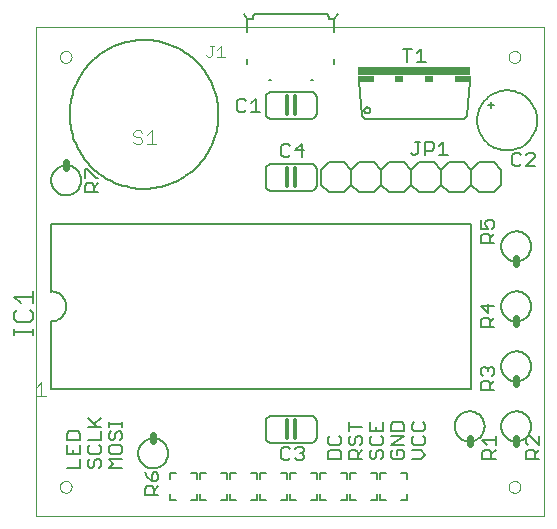
<source format=gto>
G75*
%MOIN*%
%OFA0B0*%
%FSLAX24Y24*%
%IPPOS*%
%LPD*%
%AMOC8*
5,1,8,0,0,1.08239X$1,22.5*
%
%ADD10C,0.0000*%
%ADD11C,0.0070*%
%ADD12C,0.0050*%
%ADD13C,0.0040*%
%ADD14C,0.0030*%
%ADD15R,0.3740X0.0300*%
%ADD16R,0.0520X0.0200*%
%ADD17R,0.0300X0.0200*%
%ADD18C,0.0060*%
%ADD19C,0.0120*%
%ADD20C,0.0240*%
D10*
X001093Y000180D02*
X001093Y016479D01*
X018022Y016479D01*
X018022Y000180D01*
X001093Y000180D01*
X001881Y001164D02*
X001883Y001191D01*
X001889Y001218D01*
X001898Y001244D01*
X001911Y001268D01*
X001927Y001291D01*
X001946Y001310D01*
X001968Y001327D01*
X001992Y001341D01*
X002017Y001351D01*
X002044Y001358D01*
X002071Y001361D01*
X002099Y001360D01*
X002126Y001355D01*
X002152Y001347D01*
X002176Y001335D01*
X002199Y001319D01*
X002220Y001301D01*
X002237Y001280D01*
X002252Y001256D01*
X002263Y001231D01*
X002271Y001205D01*
X002275Y001178D01*
X002275Y001150D01*
X002271Y001123D01*
X002263Y001097D01*
X002252Y001072D01*
X002237Y001048D01*
X002220Y001027D01*
X002199Y001009D01*
X002177Y000993D01*
X002152Y000981D01*
X002126Y000973D01*
X002099Y000968D01*
X002071Y000967D01*
X002044Y000970D01*
X002017Y000977D01*
X001992Y000987D01*
X001968Y001001D01*
X001946Y001018D01*
X001927Y001037D01*
X001911Y001060D01*
X001898Y001084D01*
X001889Y001110D01*
X001883Y001137D01*
X001881Y001164D01*
X001881Y015495D02*
X001883Y015522D01*
X001889Y015549D01*
X001898Y015575D01*
X001911Y015599D01*
X001927Y015622D01*
X001946Y015641D01*
X001968Y015658D01*
X001992Y015672D01*
X002017Y015682D01*
X002044Y015689D01*
X002071Y015692D01*
X002099Y015691D01*
X002126Y015686D01*
X002152Y015678D01*
X002176Y015666D01*
X002199Y015650D01*
X002220Y015632D01*
X002237Y015611D01*
X002252Y015587D01*
X002263Y015562D01*
X002271Y015536D01*
X002275Y015509D01*
X002275Y015481D01*
X002271Y015454D01*
X002263Y015428D01*
X002252Y015403D01*
X002237Y015379D01*
X002220Y015358D01*
X002199Y015340D01*
X002177Y015324D01*
X002152Y015312D01*
X002126Y015304D01*
X002099Y015299D01*
X002071Y015298D01*
X002044Y015301D01*
X002017Y015308D01*
X001992Y015318D01*
X001968Y015332D01*
X001946Y015349D01*
X001927Y015368D01*
X001911Y015391D01*
X001898Y015415D01*
X001889Y015441D01*
X001883Y015468D01*
X001881Y015495D01*
X016841Y015495D02*
X016843Y015522D01*
X016849Y015549D01*
X016858Y015575D01*
X016871Y015599D01*
X016887Y015622D01*
X016906Y015641D01*
X016928Y015658D01*
X016952Y015672D01*
X016977Y015682D01*
X017004Y015689D01*
X017031Y015692D01*
X017059Y015691D01*
X017086Y015686D01*
X017112Y015678D01*
X017136Y015666D01*
X017159Y015650D01*
X017180Y015632D01*
X017197Y015611D01*
X017212Y015587D01*
X017223Y015562D01*
X017231Y015536D01*
X017235Y015509D01*
X017235Y015481D01*
X017231Y015454D01*
X017223Y015428D01*
X017212Y015403D01*
X017197Y015379D01*
X017180Y015358D01*
X017159Y015340D01*
X017137Y015324D01*
X017112Y015312D01*
X017086Y015304D01*
X017059Y015299D01*
X017031Y015298D01*
X017004Y015301D01*
X016977Y015308D01*
X016952Y015318D01*
X016928Y015332D01*
X016906Y015349D01*
X016887Y015368D01*
X016871Y015391D01*
X016858Y015415D01*
X016849Y015441D01*
X016843Y015468D01*
X016841Y015495D01*
X016841Y001164D02*
X016843Y001191D01*
X016849Y001218D01*
X016858Y001244D01*
X016871Y001268D01*
X016887Y001291D01*
X016906Y001310D01*
X016928Y001327D01*
X016952Y001341D01*
X016977Y001351D01*
X017004Y001358D01*
X017031Y001361D01*
X017059Y001360D01*
X017086Y001355D01*
X017112Y001347D01*
X017136Y001335D01*
X017159Y001319D01*
X017180Y001301D01*
X017197Y001280D01*
X017212Y001256D01*
X017223Y001231D01*
X017231Y001205D01*
X017235Y001178D01*
X017235Y001150D01*
X017231Y001123D01*
X017223Y001097D01*
X017212Y001072D01*
X017197Y001048D01*
X017180Y001027D01*
X017159Y001009D01*
X017137Y000993D01*
X017112Y000981D01*
X017086Y000973D01*
X017059Y000968D01*
X017031Y000967D01*
X017004Y000970D01*
X016977Y000977D01*
X016952Y000987D01*
X016928Y001001D01*
X016906Y001018D01*
X016887Y001037D01*
X016871Y001060D01*
X016858Y001084D01*
X016849Y001110D01*
X016843Y001137D01*
X016841Y001164D01*
D11*
X000998Y006215D02*
X000998Y006425D01*
X000998Y006320D02*
X000368Y006320D01*
X000368Y006215D02*
X000368Y006425D01*
X000473Y006645D02*
X000893Y006645D01*
X000998Y006750D01*
X000998Y006960D01*
X000893Y007065D01*
X000998Y007289D02*
X000998Y007710D01*
X000998Y007499D02*
X000368Y007499D01*
X000578Y007289D01*
X000473Y007065D02*
X000368Y006960D01*
X000368Y006750D01*
X000473Y006645D01*
D12*
X001593Y006680D02*
X001593Y004680D01*
X001593Y004430D01*
X001585Y004424D02*
X015601Y004424D01*
X015601Y009936D01*
X001585Y009936D01*
X001585Y007647D01*
X001593Y007680D02*
X001637Y007678D01*
X001680Y007672D01*
X001722Y007663D01*
X001764Y007650D01*
X001804Y007633D01*
X001843Y007613D01*
X001880Y007590D01*
X001914Y007563D01*
X001947Y007534D01*
X001976Y007501D01*
X002003Y007467D01*
X002026Y007430D01*
X002046Y007391D01*
X002063Y007351D01*
X002076Y007309D01*
X002085Y007267D01*
X002091Y007224D01*
X002093Y007180D01*
X002091Y007136D01*
X002085Y007093D01*
X002076Y007051D01*
X002063Y007009D01*
X002046Y006969D01*
X002026Y006930D01*
X002003Y006893D01*
X001976Y006859D01*
X001947Y006826D01*
X001914Y006797D01*
X001880Y006770D01*
X001843Y006747D01*
X001804Y006727D01*
X001764Y006710D01*
X001722Y006697D01*
X001680Y006688D01*
X001637Y006682D01*
X001593Y006680D01*
X002815Y003474D02*
X003115Y003174D01*
X003040Y003249D02*
X003265Y003474D01*
X003515Y003324D02*
X003515Y003174D01*
X003515Y003249D02*
X003965Y003249D01*
X003965Y003174D02*
X003965Y003324D01*
X003890Y003013D02*
X003815Y003013D01*
X003740Y002938D01*
X003740Y002788D01*
X003665Y002713D01*
X003590Y002713D01*
X003515Y002788D01*
X003515Y002938D01*
X003590Y003013D01*
X003890Y003013D02*
X003965Y002938D01*
X003965Y002788D01*
X003890Y002713D01*
X003890Y002553D02*
X003590Y002553D01*
X003515Y002478D01*
X003515Y002328D01*
X003590Y002253D01*
X003890Y002253D01*
X003965Y002328D01*
X003965Y002478D01*
X003890Y002553D01*
X003965Y002093D02*
X003515Y002093D01*
X003665Y001943D01*
X003515Y001792D01*
X003965Y001792D01*
X003265Y001867D02*
X003190Y001792D01*
X003265Y001867D02*
X003265Y002018D01*
X003190Y002093D01*
X003115Y002093D01*
X003040Y002018D01*
X003040Y001867D01*
X002965Y001792D01*
X002890Y001792D01*
X002815Y001867D01*
X002815Y002018D01*
X002890Y002093D01*
X002890Y002253D02*
X003190Y002253D01*
X003265Y002328D01*
X003265Y002478D01*
X003190Y002553D01*
X003265Y002713D02*
X003265Y003013D01*
X003265Y003174D02*
X002815Y003174D01*
X002565Y002938D02*
X002490Y003013D01*
X002190Y003013D01*
X002115Y002938D01*
X002115Y002713D01*
X002565Y002713D01*
X002565Y002938D01*
X002815Y002713D02*
X003265Y002713D01*
X002890Y002553D02*
X002815Y002478D01*
X002815Y002328D01*
X002890Y002253D01*
X002565Y002253D02*
X002565Y002553D01*
X002340Y002403D02*
X002340Y002253D01*
X002115Y002253D02*
X002565Y002253D01*
X002565Y002093D02*
X002565Y001792D01*
X002115Y001792D01*
X002115Y002253D02*
X002115Y002553D01*
X004718Y001646D02*
X004793Y001496D01*
X004943Y001345D01*
X004943Y001571D01*
X005018Y001646D01*
X005093Y001646D01*
X005168Y001571D01*
X005168Y001420D01*
X005093Y001345D01*
X004943Y001345D01*
X004943Y001185D02*
X004793Y001185D01*
X004718Y001110D01*
X004718Y000885D01*
X005168Y000885D01*
X005018Y000885D02*
X005018Y001110D01*
X004943Y001185D01*
X005018Y001035D02*
X005168Y001185D01*
X009268Y002130D02*
X009343Y002055D01*
X009494Y002055D01*
X009569Y002130D01*
X009729Y002130D02*
X009804Y002055D01*
X009954Y002055D01*
X010029Y002130D01*
X010029Y002205D01*
X009954Y002280D01*
X009879Y002280D01*
X009954Y002280D02*
X010029Y002355D01*
X010029Y002430D01*
X009954Y002505D01*
X009804Y002505D01*
X009729Y002430D01*
X009569Y002430D02*
X009494Y002505D01*
X009343Y002505D01*
X009268Y002430D01*
X009268Y002130D01*
X010815Y002092D02*
X010815Y002318D01*
X010890Y002393D01*
X011190Y002393D01*
X011265Y002318D01*
X011265Y002092D01*
X010815Y002092D01*
X010890Y002553D02*
X011190Y002553D01*
X011265Y002628D01*
X011265Y002778D01*
X011190Y002853D01*
X010890Y002853D02*
X010815Y002778D01*
X010815Y002628D01*
X010890Y002553D01*
X011515Y002628D02*
X011590Y002553D01*
X011665Y002553D01*
X011740Y002628D01*
X011740Y002778D01*
X011815Y002853D01*
X011890Y002853D01*
X011965Y002778D01*
X011965Y002628D01*
X011890Y002553D01*
X011965Y002393D02*
X011815Y002243D01*
X011815Y002318D02*
X011815Y002092D01*
X011965Y002092D02*
X011515Y002092D01*
X011515Y002318D01*
X011590Y002393D01*
X011740Y002393D01*
X011815Y002318D01*
X011515Y002628D02*
X011515Y002778D01*
X011590Y002853D01*
X011515Y003013D02*
X011515Y003313D01*
X011515Y003163D02*
X011965Y003163D01*
X012215Y003013D02*
X012665Y003013D01*
X012665Y003313D01*
X012915Y003238D02*
X012915Y003013D01*
X013365Y003013D01*
X013365Y003238D01*
X013290Y003313D01*
X012990Y003313D01*
X012915Y003238D01*
X012915Y002853D02*
X013365Y002853D01*
X012915Y002553D01*
X013365Y002553D01*
X013290Y002393D02*
X013140Y002393D01*
X013140Y002243D01*
X013290Y002393D02*
X013365Y002318D01*
X013365Y002167D01*
X013290Y002092D01*
X012990Y002092D01*
X012915Y002167D01*
X012915Y002318D01*
X012990Y002393D01*
X012665Y002318D02*
X012665Y002167D01*
X012590Y002092D01*
X012440Y002167D02*
X012440Y002318D01*
X012515Y002393D01*
X012590Y002393D01*
X012665Y002318D01*
X012590Y002553D02*
X012665Y002628D01*
X012665Y002778D01*
X012590Y002853D01*
X012440Y003013D02*
X012440Y003163D01*
X012290Y002853D02*
X012215Y002778D01*
X012215Y002628D01*
X012290Y002553D01*
X012590Y002553D01*
X012290Y002393D02*
X012215Y002318D01*
X012215Y002167D01*
X012290Y002092D01*
X012365Y002092D01*
X012440Y002167D01*
X012215Y003013D02*
X012215Y003313D01*
X013615Y003238D02*
X013615Y003088D01*
X013690Y003013D01*
X013990Y003013D01*
X014065Y003088D01*
X014065Y003238D01*
X013990Y003313D01*
X013690Y003313D02*
X013615Y003238D01*
X013690Y002853D02*
X013615Y002778D01*
X013615Y002628D01*
X013690Y002553D01*
X013990Y002553D01*
X014065Y002628D01*
X014065Y002778D01*
X013990Y002853D01*
X013915Y002393D02*
X013615Y002393D01*
X013915Y002393D02*
X014065Y002243D01*
X013915Y002092D01*
X013615Y002092D01*
X015968Y002104D02*
X015968Y002329D01*
X016043Y002404D01*
X016193Y002404D01*
X016268Y002329D01*
X016268Y002104D01*
X016418Y002104D02*
X015968Y002104D01*
X016268Y002254D02*
X016418Y002404D01*
X016418Y002565D02*
X016418Y002865D01*
X016418Y002715D02*
X015968Y002715D01*
X016118Y002565D01*
X017418Y002640D02*
X017493Y002565D01*
X017418Y002640D02*
X017418Y002790D01*
X017493Y002865D01*
X017568Y002865D01*
X017868Y002565D01*
X017868Y002865D01*
X017868Y002404D02*
X017718Y002254D01*
X017718Y002329D02*
X017718Y002104D01*
X017868Y002104D02*
X017418Y002104D01*
X017418Y002329D01*
X017493Y002404D01*
X017643Y002404D01*
X017718Y002329D01*
X016368Y004404D02*
X015918Y004404D01*
X015918Y004629D01*
X015993Y004704D01*
X016143Y004704D01*
X016218Y004629D01*
X016218Y004404D01*
X016218Y004554D02*
X016368Y004704D01*
X016293Y004865D02*
X016368Y004940D01*
X016368Y005090D01*
X016293Y005165D01*
X016218Y005165D01*
X016143Y005090D01*
X016143Y005015D01*
X016143Y005090D02*
X016068Y005165D01*
X015993Y005165D01*
X015918Y005090D01*
X015918Y004940D01*
X015993Y004865D01*
X015918Y006504D02*
X015918Y006729D01*
X015993Y006804D01*
X016143Y006804D01*
X016218Y006729D01*
X016218Y006504D01*
X016368Y006504D02*
X015918Y006504D01*
X016218Y006654D02*
X016368Y006804D01*
X016143Y006965D02*
X016143Y007265D01*
X015918Y007190D02*
X016143Y006965D01*
X016368Y007190D02*
X015918Y007190D01*
X015918Y009304D02*
X015918Y009529D01*
X015993Y009604D01*
X016143Y009604D01*
X016218Y009529D01*
X016218Y009304D01*
X016368Y009304D02*
X015918Y009304D01*
X016218Y009454D02*
X016368Y009604D01*
X016293Y009765D02*
X016368Y009840D01*
X016368Y009990D01*
X016293Y010065D01*
X016143Y010065D01*
X016068Y009990D01*
X016068Y009915D01*
X016143Y009765D01*
X015918Y009765D01*
X015918Y010065D01*
X017043Y011855D02*
X017194Y011855D01*
X017269Y011930D01*
X017429Y011855D02*
X017729Y012155D01*
X017729Y012230D01*
X017654Y012305D01*
X017504Y012305D01*
X017429Y012230D01*
X017269Y012230D02*
X017194Y012305D01*
X017043Y012305D01*
X016968Y012230D01*
X016968Y011930D01*
X017043Y011855D01*
X017429Y011855D02*
X017729Y011855D01*
X015451Y013526D02*
X015351Y013426D01*
X012045Y013426D01*
X011945Y013526D01*
X011856Y014696D01*
X011040Y015261D02*
X011040Y015434D01*
X010319Y014737D02*
X010241Y014737D01*
X008926Y014737D02*
X008847Y014737D01*
X008408Y014105D02*
X008408Y013655D01*
X008258Y013655D02*
X008558Y013655D01*
X008258Y013955D02*
X008408Y014105D01*
X008098Y014030D02*
X008023Y014105D01*
X007873Y014105D01*
X007798Y014030D01*
X007798Y013730D01*
X007873Y013655D01*
X008023Y013655D01*
X008098Y013730D01*
X009268Y012530D02*
X009268Y012230D01*
X009343Y012155D01*
X009494Y012155D01*
X009569Y012230D01*
X009729Y012380D02*
X010029Y012380D01*
X009954Y012155D02*
X009954Y012605D01*
X009729Y012380D01*
X009569Y012530D02*
X009494Y012605D01*
X009343Y012605D01*
X009268Y012530D01*
X008126Y015261D02*
X008126Y015434D01*
X008126Y016324D02*
X008126Y016745D01*
X008008Y016942D01*
X008126Y016745D02*
X008323Y016745D01*
X008323Y016824D01*
X008325Y016844D01*
X008330Y016864D01*
X008339Y016883D01*
X008351Y016900D01*
X008365Y016914D01*
X008382Y016926D01*
X008401Y016935D01*
X008421Y016940D01*
X008441Y016942D01*
X010725Y016942D01*
X010745Y016940D01*
X010765Y016935D01*
X010784Y016926D01*
X010801Y016914D01*
X010815Y016900D01*
X010827Y016883D01*
X010836Y016864D01*
X010841Y016844D01*
X010843Y016824D01*
X010843Y016745D01*
X011040Y016745D01*
X011158Y016942D01*
X011040Y016745D02*
X011040Y016324D01*
X013323Y015771D02*
X013623Y015771D01*
X013473Y015771D02*
X013473Y015320D01*
X013783Y015320D02*
X014084Y015320D01*
X013934Y015320D02*
X013934Y015771D01*
X013783Y015621D01*
X015541Y014696D02*
X015451Y013526D01*
X014659Y012675D02*
X014659Y012225D01*
X014509Y012225D02*
X014809Y012225D01*
X014509Y012525D02*
X014659Y012675D01*
X014349Y012600D02*
X014349Y012450D01*
X014274Y012375D01*
X014049Y012375D01*
X014049Y012225D02*
X014049Y012675D01*
X014274Y012675D01*
X014349Y012600D01*
X013889Y012675D02*
X013738Y012675D01*
X013814Y012675D02*
X013814Y012300D01*
X013738Y012225D01*
X013663Y012225D01*
X013588Y012300D01*
X012025Y013715D02*
X012027Y013735D01*
X012033Y013753D01*
X012042Y013771D01*
X012054Y013786D01*
X012069Y013798D01*
X012087Y013807D01*
X012105Y013813D01*
X012125Y013815D01*
X012145Y013813D01*
X012163Y013807D01*
X012181Y013798D01*
X012196Y013786D01*
X012208Y013771D01*
X012217Y013753D01*
X012223Y013735D01*
X012225Y013715D01*
X012223Y013695D01*
X012217Y013677D01*
X012208Y013659D01*
X012196Y013644D01*
X012181Y013632D01*
X012163Y013623D01*
X012145Y013617D01*
X012125Y013615D01*
X012105Y013617D01*
X012087Y013623D01*
X012069Y013632D01*
X012054Y013644D01*
X012042Y013659D01*
X012033Y013677D01*
X012027Y013695D01*
X012025Y013715D01*
X002213Y013580D02*
X002215Y013679D01*
X002221Y013778D01*
X002231Y013877D01*
X002245Y013975D01*
X002262Y014073D01*
X002284Y014170D01*
X002310Y014266D01*
X002339Y014361D01*
X002372Y014454D01*
X002409Y014546D01*
X002449Y014637D01*
X002494Y014726D01*
X002541Y014813D01*
X002592Y014898D01*
X002647Y014981D01*
X002704Y015062D01*
X002765Y015140D01*
X002829Y015216D01*
X002896Y015289D01*
X002966Y015360D01*
X003038Y015427D01*
X003114Y015492D01*
X003191Y015554D01*
X003272Y015612D01*
X003354Y015668D01*
X003439Y015719D01*
X003525Y015768D01*
X003614Y015813D01*
X003704Y015854D01*
X003796Y015892D01*
X003889Y015926D01*
X003983Y015956D01*
X004079Y015983D01*
X004176Y016005D01*
X004273Y016024D01*
X004371Y016039D01*
X004470Y016050D01*
X004569Y016057D01*
X004668Y016060D01*
X004767Y016059D01*
X004867Y016054D01*
X004965Y016045D01*
X005064Y016032D01*
X005162Y016015D01*
X005259Y015995D01*
X005355Y015970D01*
X005450Y015942D01*
X005544Y015909D01*
X005636Y015874D01*
X005727Y015834D01*
X005817Y015791D01*
X005904Y015744D01*
X005990Y015694D01*
X006073Y015640D01*
X006155Y015583D01*
X006234Y015523D01*
X006310Y015460D01*
X006384Y015394D01*
X006455Y015325D01*
X006524Y015253D01*
X006589Y015178D01*
X006652Y015101D01*
X006711Y015022D01*
X006767Y014940D01*
X006820Y014856D01*
X006869Y014770D01*
X006915Y014682D01*
X006957Y014592D01*
X006996Y014500D01*
X007031Y014407D01*
X007062Y014313D01*
X007090Y014218D01*
X007113Y014121D01*
X007133Y014024D01*
X007149Y013926D01*
X007161Y013828D01*
X007169Y013729D01*
X007173Y013630D01*
X007173Y013530D01*
X007169Y013431D01*
X007161Y013332D01*
X007149Y013234D01*
X007133Y013136D01*
X007113Y013039D01*
X007090Y012942D01*
X007062Y012847D01*
X007031Y012753D01*
X006996Y012660D01*
X006957Y012568D01*
X006915Y012478D01*
X006869Y012390D01*
X006820Y012304D01*
X006767Y012220D01*
X006711Y012138D01*
X006652Y012059D01*
X006589Y011982D01*
X006524Y011907D01*
X006455Y011835D01*
X006384Y011766D01*
X006310Y011700D01*
X006234Y011637D01*
X006155Y011577D01*
X006073Y011520D01*
X005990Y011466D01*
X005904Y011416D01*
X005817Y011369D01*
X005727Y011326D01*
X005636Y011286D01*
X005544Y011251D01*
X005450Y011218D01*
X005355Y011190D01*
X005259Y011165D01*
X005162Y011145D01*
X005064Y011128D01*
X004965Y011115D01*
X004867Y011106D01*
X004767Y011101D01*
X004668Y011100D01*
X004569Y011103D01*
X004470Y011110D01*
X004371Y011121D01*
X004273Y011136D01*
X004176Y011155D01*
X004079Y011177D01*
X003983Y011204D01*
X003889Y011234D01*
X003796Y011268D01*
X003704Y011306D01*
X003614Y011347D01*
X003525Y011392D01*
X003439Y011441D01*
X003354Y011492D01*
X003272Y011548D01*
X003191Y011606D01*
X003114Y011668D01*
X003038Y011733D01*
X002966Y011800D01*
X002896Y011871D01*
X002829Y011944D01*
X002765Y012020D01*
X002704Y012098D01*
X002647Y012179D01*
X002592Y012262D01*
X002541Y012347D01*
X002494Y012434D01*
X002449Y012523D01*
X002409Y012614D01*
X002372Y012706D01*
X002339Y012799D01*
X002310Y012894D01*
X002284Y012990D01*
X002262Y013087D01*
X002245Y013185D01*
X002231Y013283D01*
X002221Y013382D01*
X002215Y013481D01*
X002213Y013580D01*
X002718Y011746D02*
X002793Y011746D01*
X003093Y011445D01*
X003168Y011445D01*
X003168Y011285D02*
X003018Y011135D01*
X003018Y011210D02*
X003018Y010985D01*
X003168Y010985D02*
X002718Y010985D01*
X002718Y011210D01*
X002793Y011285D01*
X002943Y011285D01*
X003018Y011210D01*
X002718Y011445D02*
X002718Y011746D01*
D13*
X004332Y012661D02*
X004409Y012584D01*
X004562Y012584D01*
X004639Y012661D01*
X004639Y012738D01*
X004562Y012814D01*
X004409Y012814D01*
X004332Y012891D01*
X004332Y012968D01*
X004409Y013045D01*
X004562Y013045D01*
X004639Y012968D01*
X004793Y012891D02*
X004946Y013045D01*
X004946Y012584D01*
X004793Y012584D02*
X005100Y012584D01*
X001267Y004660D02*
X001267Y004200D01*
X001420Y004200D02*
X001113Y004200D01*
X001113Y004507D02*
X001267Y004660D01*
D14*
X006823Y015494D02*
X006885Y015494D01*
X006947Y015556D01*
X006947Y015864D01*
X007008Y015864D02*
X006885Y015864D01*
X007130Y015741D02*
X007253Y015864D01*
X007253Y015494D01*
X007130Y015494D02*
X007377Y015494D01*
X006823Y015494D02*
X006761Y015556D01*
D15*
X013698Y015025D03*
D16*
X012088Y014775D03*
X015308Y014775D03*
D17*
X014198Y014775D03*
X013198Y014775D03*
D18*
X010443Y014130D02*
X010443Y013630D01*
X010441Y013604D01*
X010436Y013578D01*
X010428Y013553D01*
X010416Y013530D01*
X010402Y013508D01*
X010384Y013489D01*
X010365Y013471D01*
X010343Y013457D01*
X010320Y013445D01*
X010295Y013437D01*
X010269Y013432D01*
X010243Y013430D01*
X008943Y013430D01*
X008917Y013432D01*
X008891Y013437D01*
X008866Y013445D01*
X008843Y013457D01*
X008821Y013471D01*
X008802Y013489D01*
X008784Y013508D01*
X008770Y013530D01*
X008758Y013553D01*
X008750Y013578D01*
X008745Y013604D01*
X008743Y013630D01*
X008743Y014130D01*
X008745Y014156D01*
X008750Y014182D01*
X008758Y014207D01*
X008770Y014230D01*
X008784Y014252D01*
X008802Y014271D01*
X008821Y014289D01*
X008843Y014303D01*
X008866Y014315D01*
X008891Y014323D01*
X008917Y014328D01*
X008943Y014330D01*
X010243Y014330D01*
X010269Y014328D01*
X010295Y014323D01*
X010320Y014315D01*
X010343Y014303D01*
X010365Y014289D01*
X010384Y014271D01*
X010402Y014252D01*
X010416Y014230D01*
X010428Y014207D01*
X010436Y014182D01*
X010441Y014156D01*
X010443Y014130D01*
X010843Y011980D02*
X010593Y011730D01*
X010593Y011230D01*
X010843Y010980D01*
X011343Y010980D01*
X011593Y011230D01*
X011843Y010980D01*
X012343Y010980D01*
X012593Y011230D01*
X012593Y011730D01*
X012343Y011980D01*
X011843Y011980D01*
X011593Y011730D01*
X011593Y011230D01*
X011593Y011730D02*
X011343Y011980D01*
X010843Y011980D01*
X010443Y011730D02*
X010443Y011230D01*
X010441Y011204D01*
X010436Y011178D01*
X010428Y011153D01*
X010416Y011130D01*
X010402Y011108D01*
X010384Y011089D01*
X010365Y011071D01*
X010343Y011057D01*
X010320Y011045D01*
X010295Y011037D01*
X010269Y011032D01*
X010243Y011030D01*
X008943Y011030D01*
X008917Y011032D01*
X008891Y011037D01*
X008866Y011045D01*
X008843Y011057D01*
X008821Y011071D01*
X008802Y011089D01*
X008784Y011108D01*
X008770Y011130D01*
X008758Y011153D01*
X008750Y011178D01*
X008745Y011204D01*
X008743Y011230D01*
X008743Y011730D01*
X008745Y011756D01*
X008750Y011782D01*
X008758Y011807D01*
X008770Y011830D01*
X008784Y011852D01*
X008802Y011871D01*
X008821Y011889D01*
X008843Y011903D01*
X008866Y011915D01*
X008891Y011923D01*
X008917Y011928D01*
X008943Y011930D01*
X010243Y011930D01*
X010269Y011928D01*
X010295Y011923D01*
X010320Y011915D01*
X010343Y011903D01*
X010365Y011889D01*
X010384Y011871D01*
X010402Y011852D01*
X010416Y011830D01*
X010428Y011807D01*
X010436Y011782D01*
X010441Y011756D01*
X010443Y011730D01*
X012593Y011730D02*
X012843Y011980D01*
X013343Y011980D01*
X013593Y011730D01*
X013843Y011980D01*
X014343Y011980D01*
X014593Y011730D01*
X014843Y011980D01*
X015343Y011980D01*
X015593Y011730D01*
X015843Y011980D01*
X016343Y011980D01*
X016593Y011730D01*
X016593Y011230D01*
X016343Y010980D01*
X015843Y010980D01*
X015593Y011230D01*
X015343Y010980D01*
X014843Y010980D01*
X014593Y011230D01*
X014343Y010980D01*
X013843Y010980D01*
X013593Y011230D01*
X013343Y010980D01*
X012843Y010980D01*
X012593Y011230D01*
X013593Y011230D02*
X013593Y011730D01*
X014593Y011730D02*
X014593Y011230D01*
X015593Y011230D02*
X015593Y011730D01*
X015793Y013380D02*
X015795Y013443D01*
X015801Y013505D01*
X015811Y013567D01*
X015824Y013629D01*
X015842Y013689D01*
X015863Y013748D01*
X015888Y013806D01*
X015917Y013862D01*
X015949Y013916D01*
X015984Y013968D01*
X016022Y014017D01*
X016064Y014065D01*
X016108Y014109D01*
X016156Y014151D01*
X016205Y014189D01*
X016257Y014224D01*
X016311Y014256D01*
X016367Y014285D01*
X016425Y014310D01*
X016484Y014331D01*
X016544Y014349D01*
X016606Y014362D01*
X016668Y014372D01*
X016730Y014378D01*
X016793Y014380D01*
X016856Y014378D01*
X016918Y014372D01*
X016980Y014362D01*
X017042Y014349D01*
X017102Y014331D01*
X017161Y014310D01*
X017219Y014285D01*
X017275Y014256D01*
X017329Y014224D01*
X017381Y014189D01*
X017430Y014151D01*
X017478Y014109D01*
X017522Y014065D01*
X017564Y014017D01*
X017602Y013968D01*
X017637Y013916D01*
X017669Y013862D01*
X017698Y013806D01*
X017723Y013748D01*
X017744Y013689D01*
X017762Y013629D01*
X017775Y013567D01*
X017785Y013505D01*
X017791Y013443D01*
X017793Y013380D01*
X017791Y013317D01*
X017785Y013255D01*
X017775Y013193D01*
X017762Y013131D01*
X017744Y013071D01*
X017723Y013012D01*
X017698Y012954D01*
X017669Y012898D01*
X017637Y012844D01*
X017602Y012792D01*
X017564Y012743D01*
X017522Y012695D01*
X017478Y012651D01*
X017430Y012609D01*
X017381Y012571D01*
X017329Y012536D01*
X017275Y012504D01*
X017219Y012475D01*
X017161Y012450D01*
X017102Y012429D01*
X017042Y012411D01*
X016980Y012398D01*
X016918Y012388D01*
X016856Y012382D01*
X016793Y012380D01*
X016730Y012382D01*
X016668Y012388D01*
X016606Y012398D01*
X016544Y012411D01*
X016484Y012429D01*
X016425Y012450D01*
X016367Y012475D01*
X016311Y012504D01*
X016257Y012536D01*
X016205Y012571D01*
X016156Y012609D01*
X016108Y012651D01*
X016064Y012695D01*
X016022Y012743D01*
X015984Y012792D01*
X015949Y012844D01*
X015917Y012898D01*
X015888Y012954D01*
X015863Y013012D01*
X015842Y013071D01*
X015824Y013131D01*
X015811Y013193D01*
X015801Y013255D01*
X015795Y013317D01*
X015793Y013380D01*
X016243Y013780D02*
X016243Y013880D01*
X016243Y013980D01*
X016243Y013880D02*
X016343Y013880D01*
X016243Y013880D02*
X016143Y013880D01*
X016593Y009180D02*
X016595Y009224D01*
X016601Y009268D01*
X016611Y009311D01*
X016624Y009353D01*
X016641Y009394D01*
X016662Y009433D01*
X016686Y009470D01*
X016713Y009505D01*
X016743Y009537D01*
X016776Y009567D01*
X016812Y009593D01*
X016849Y009617D01*
X016889Y009636D01*
X016930Y009653D01*
X016973Y009665D01*
X017016Y009674D01*
X017060Y009679D01*
X017104Y009680D01*
X017148Y009677D01*
X017192Y009670D01*
X017235Y009659D01*
X017277Y009645D01*
X017317Y009627D01*
X017356Y009605D01*
X017392Y009581D01*
X017426Y009553D01*
X017458Y009522D01*
X017487Y009488D01*
X017513Y009452D01*
X017535Y009414D01*
X017554Y009374D01*
X017569Y009332D01*
X017581Y009290D01*
X017589Y009246D01*
X017593Y009202D01*
X017593Y009158D01*
X017589Y009114D01*
X017581Y009070D01*
X017569Y009028D01*
X017554Y008986D01*
X017535Y008946D01*
X017513Y008908D01*
X017487Y008872D01*
X017458Y008838D01*
X017426Y008807D01*
X017392Y008779D01*
X017356Y008755D01*
X017317Y008733D01*
X017277Y008715D01*
X017235Y008701D01*
X017192Y008690D01*
X017148Y008683D01*
X017104Y008680D01*
X017060Y008681D01*
X017016Y008686D01*
X016973Y008695D01*
X016930Y008707D01*
X016889Y008724D01*
X016849Y008743D01*
X016812Y008767D01*
X016776Y008793D01*
X016743Y008823D01*
X016713Y008855D01*
X016686Y008890D01*
X016662Y008927D01*
X016641Y008966D01*
X016624Y009007D01*
X016611Y009049D01*
X016601Y009092D01*
X016595Y009136D01*
X016593Y009180D01*
X016593Y007180D02*
X016595Y007224D01*
X016601Y007268D01*
X016611Y007311D01*
X016624Y007353D01*
X016641Y007394D01*
X016662Y007433D01*
X016686Y007470D01*
X016713Y007505D01*
X016743Y007537D01*
X016776Y007567D01*
X016812Y007593D01*
X016849Y007617D01*
X016889Y007636D01*
X016930Y007653D01*
X016973Y007665D01*
X017016Y007674D01*
X017060Y007679D01*
X017104Y007680D01*
X017148Y007677D01*
X017192Y007670D01*
X017235Y007659D01*
X017277Y007645D01*
X017317Y007627D01*
X017356Y007605D01*
X017392Y007581D01*
X017426Y007553D01*
X017458Y007522D01*
X017487Y007488D01*
X017513Y007452D01*
X017535Y007414D01*
X017554Y007374D01*
X017569Y007332D01*
X017581Y007290D01*
X017589Y007246D01*
X017593Y007202D01*
X017593Y007158D01*
X017589Y007114D01*
X017581Y007070D01*
X017569Y007028D01*
X017554Y006986D01*
X017535Y006946D01*
X017513Y006908D01*
X017487Y006872D01*
X017458Y006838D01*
X017426Y006807D01*
X017392Y006779D01*
X017356Y006755D01*
X017317Y006733D01*
X017277Y006715D01*
X017235Y006701D01*
X017192Y006690D01*
X017148Y006683D01*
X017104Y006680D01*
X017060Y006681D01*
X017016Y006686D01*
X016973Y006695D01*
X016930Y006707D01*
X016889Y006724D01*
X016849Y006743D01*
X016812Y006767D01*
X016776Y006793D01*
X016743Y006823D01*
X016713Y006855D01*
X016686Y006890D01*
X016662Y006927D01*
X016641Y006966D01*
X016624Y007007D01*
X016611Y007049D01*
X016601Y007092D01*
X016595Y007136D01*
X016593Y007180D01*
X016593Y005180D02*
X016595Y005224D01*
X016601Y005268D01*
X016611Y005311D01*
X016624Y005353D01*
X016641Y005394D01*
X016662Y005433D01*
X016686Y005470D01*
X016713Y005505D01*
X016743Y005537D01*
X016776Y005567D01*
X016812Y005593D01*
X016849Y005617D01*
X016889Y005636D01*
X016930Y005653D01*
X016973Y005665D01*
X017016Y005674D01*
X017060Y005679D01*
X017104Y005680D01*
X017148Y005677D01*
X017192Y005670D01*
X017235Y005659D01*
X017277Y005645D01*
X017317Y005627D01*
X017356Y005605D01*
X017392Y005581D01*
X017426Y005553D01*
X017458Y005522D01*
X017487Y005488D01*
X017513Y005452D01*
X017535Y005414D01*
X017554Y005374D01*
X017569Y005332D01*
X017581Y005290D01*
X017589Y005246D01*
X017593Y005202D01*
X017593Y005158D01*
X017589Y005114D01*
X017581Y005070D01*
X017569Y005028D01*
X017554Y004986D01*
X017535Y004946D01*
X017513Y004908D01*
X017487Y004872D01*
X017458Y004838D01*
X017426Y004807D01*
X017392Y004779D01*
X017356Y004755D01*
X017317Y004733D01*
X017277Y004715D01*
X017235Y004701D01*
X017192Y004690D01*
X017148Y004683D01*
X017104Y004680D01*
X017060Y004681D01*
X017016Y004686D01*
X016973Y004695D01*
X016930Y004707D01*
X016889Y004724D01*
X016849Y004743D01*
X016812Y004767D01*
X016776Y004793D01*
X016743Y004823D01*
X016713Y004855D01*
X016686Y004890D01*
X016662Y004927D01*
X016641Y004966D01*
X016624Y005007D01*
X016611Y005049D01*
X016601Y005092D01*
X016595Y005136D01*
X016593Y005180D01*
X016593Y003180D02*
X016595Y003224D01*
X016601Y003268D01*
X016611Y003311D01*
X016624Y003353D01*
X016641Y003394D01*
X016662Y003433D01*
X016686Y003470D01*
X016713Y003505D01*
X016743Y003537D01*
X016776Y003567D01*
X016812Y003593D01*
X016849Y003617D01*
X016889Y003636D01*
X016930Y003653D01*
X016973Y003665D01*
X017016Y003674D01*
X017060Y003679D01*
X017104Y003680D01*
X017148Y003677D01*
X017192Y003670D01*
X017235Y003659D01*
X017277Y003645D01*
X017317Y003627D01*
X017356Y003605D01*
X017392Y003581D01*
X017426Y003553D01*
X017458Y003522D01*
X017487Y003488D01*
X017513Y003452D01*
X017535Y003414D01*
X017554Y003374D01*
X017569Y003332D01*
X017581Y003290D01*
X017589Y003246D01*
X017593Y003202D01*
X017593Y003158D01*
X017589Y003114D01*
X017581Y003070D01*
X017569Y003028D01*
X017554Y002986D01*
X017535Y002946D01*
X017513Y002908D01*
X017487Y002872D01*
X017458Y002838D01*
X017426Y002807D01*
X017392Y002779D01*
X017356Y002755D01*
X017317Y002733D01*
X017277Y002715D01*
X017235Y002701D01*
X017192Y002690D01*
X017148Y002683D01*
X017104Y002680D01*
X017060Y002681D01*
X017016Y002686D01*
X016973Y002695D01*
X016930Y002707D01*
X016889Y002724D01*
X016849Y002743D01*
X016812Y002767D01*
X016776Y002793D01*
X016743Y002823D01*
X016713Y002855D01*
X016686Y002890D01*
X016662Y002927D01*
X016641Y002966D01*
X016624Y003007D01*
X016611Y003049D01*
X016601Y003092D01*
X016595Y003136D01*
X016593Y003180D01*
X015043Y003180D02*
X015045Y003224D01*
X015051Y003268D01*
X015061Y003311D01*
X015074Y003353D01*
X015091Y003394D01*
X015112Y003433D01*
X015136Y003470D01*
X015163Y003505D01*
X015193Y003537D01*
X015226Y003567D01*
X015262Y003593D01*
X015299Y003617D01*
X015339Y003636D01*
X015380Y003653D01*
X015423Y003665D01*
X015466Y003674D01*
X015510Y003679D01*
X015554Y003680D01*
X015598Y003677D01*
X015642Y003670D01*
X015685Y003659D01*
X015727Y003645D01*
X015767Y003627D01*
X015806Y003605D01*
X015842Y003581D01*
X015876Y003553D01*
X015908Y003522D01*
X015937Y003488D01*
X015963Y003452D01*
X015985Y003414D01*
X016004Y003374D01*
X016019Y003332D01*
X016031Y003290D01*
X016039Y003246D01*
X016043Y003202D01*
X016043Y003158D01*
X016039Y003114D01*
X016031Y003070D01*
X016019Y003028D01*
X016004Y002986D01*
X015985Y002946D01*
X015963Y002908D01*
X015937Y002872D01*
X015908Y002838D01*
X015876Y002807D01*
X015842Y002779D01*
X015806Y002755D01*
X015767Y002733D01*
X015727Y002715D01*
X015685Y002701D01*
X015642Y002690D01*
X015598Y002683D01*
X015554Y002680D01*
X015510Y002681D01*
X015466Y002686D01*
X015423Y002695D01*
X015380Y002707D01*
X015339Y002724D01*
X015299Y002743D01*
X015262Y002767D01*
X015226Y002793D01*
X015193Y002823D01*
X015163Y002855D01*
X015136Y002890D01*
X015112Y002927D01*
X015091Y002966D01*
X015074Y003007D01*
X015061Y003049D01*
X015051Y003092D01*
X015045Y003136D01*
X015043Y003180D01*
X013443Y001630D02*
X013443Y001430D01*
X013443Y001630D02*
X013243Y001630D01*
X012743Y001630D02*
X012543Y001630D01*
X012543Y001430D01*
X012443Y001430D02*
X012443Y001630D01*
X012243Y001630D01*
X011743Y001630D02*
X011543Y001630D01*
X011543Y001430D01*
X011443Y001430D02*
X011443Y001630D01*
X011243Y001630D01*
X010743Y001630D02*
X010543Y001630D01*
X010543Y001430D01*
X010443Y001430D02*
X010443Y001630D01*
X010243Y001630D01*
X009743Y001630D02*
X009543Y001630D01*
X009543Y001430D01*
X009443Y001430D02*
X009443Y001630D01*
X009243Y001630D01*
X008743Y001630D02*
X008543Y001630D01*
X008543Y001430D01*
X008443Y001430D02*
X008443Y001630D01*
X008243Y001630D01*
X007743Y001630D02*
X007543Y001630D01*
X007543Y001430D01*
X007443Y001430D02*
X007443Y001630D01*
X007243Y001630D01*
X006743Y001630D02*
X006543Y001630D01*
X006543Y001430D01*
X006443Y001430D02*
X006443Y001630D01*
X006243Y001630D01*
X005743Y001630D02*
X005543Y001630D01*
X005543Y001430D01*
X005543Y000930D02*
X005543Y000730D01*
X005743Y000730D01*
X006243Y000730D02*
X006443Y000730D01*
X006443Y000930D01*
X006543Y000930D02*
X006543Y000730D01*
X006743Y000730D01*
X007243Y000730D02*
X007443Y000730D01*
X007443Y000930D01*
X007543Y000930D02*
X007543Y000730D01*
X007743Y000730D01*
X008243Y000730D02*
X008443Y000730D01*
X008443Y000930D01*
X008543Y000930D02*
X008543Y000730D01*
X008743Y000730D01*
X009243Y000730D02*
X009443Y000730D01*
X009443Y000930D01*
X009543Y000930D02*
X009543Y000730D01*
X009743Y000730D01*
X010243Y000730D02*
X010443Y000730D01*
X010443Y000930D01*
X010543Y000930D02*
X010543Y000730D01*
X010743Y000730D01*
X011243Y000730D02*
X011443Y000730D01*
X011443Y000930D01*
X011543Y000930D02*
X011543Y000730D01*
X011743Y000730D01*
X012243Y000730D02*
X012443Y000730D01*
X012443Y000930D01*
X012543Y000930D02*
X012543Y000730D01*
X012743Y000730D01*
X013243Y000730D02*
X013443Y000730D01*
X013443Y000930D01*
X010443Y002830D02*
X010443Y003330D01*
X010441Y003356D01*
X010436Y003382D01*
X010428Y003407D01*
X010416Y003430D01*
X010402Y003452D01*
X010384Y003471D01*
X010365Y003489D01*
X010343Y003503D01*
X010320Y003515D01*
X010295Y003523D01*
X010269Y003528D01*
X010243Y003530D01*
X008943Y003530D01*
X008917Y003528D01*
X008891Y003523D01*
X008866Y003515D01*
X008843Y003503D01*
X008821Y003489D01*
X008802Y003471D01*
X008784Y003452D01*
X008770Y003430D01*
X008758Y003407D01*
X008750Y003382D01*
X008745Y003356D01*
X008743Y003330D01*
X008743Y002830D01*
X008745Y002804D01*
X008750Y002778D01*
X008758Y002753D01*
X008770Y002730D01*
X008784Y002708D01*
X008802Y002689D01*
X008821Y002671D01*
X008843Y002657D01*
X008866Y002645D01*
X008891Y002637D01*
X008917Y002632D01*
X008943Y002630D01*
X010243Y002630D01*
X010269Y002632D01*
X010295Y002637D01*
X010320Y002645D01*
X010343Y002657D01*
X010365Y002671D01*
X010384Y002689D01*
X010402Y002708D01*
X010416Y002730D01*
X010428Y002753D01*
X010436Y002778D01*
X010441Y002804D01*
X010443Y002830D01*
X004493Y002280D02*
X004495Y002324D01*
X004501Y002368D01*
X004511Y002411D01*
X004524Y002453D01*
X004541Y002494D01*
X004562Y002533D01*
X004586Y002570D01*
X004613Y002605D01*
X004643Y002637D01*
X004676Y002667D01*
X004712Y002693D01*
X004749Y002717D01*
X004789Y002736D01*
X004830Y002753D01*
X004873Y002765D01*
X004916Y002774D01*
X004960Y002779D01*
X005004Y002780D01*
X005048Y002777D01*
X005092Y002770D01*
X005135Y002759D01*
X005177Y002745D01*
X005217Y002727D01*
X005256Y002705D01*
X005292Y002681D01*
X005326Y002653D01*
X005358Y002622D01*
X005387Y002588D01*
X005413Y002552D01*
X005435Y002514D01*
X005454Y002474D01*
X005469Y002432D01*
X005481Y002390D01*
X005489Y002346D01*
X005493Y002302D01*
X005493Y002258D01*
X005489Y002214D01*
X005481Y002170D01*
X005469Y002128D01*
X005454Y002086D01*
X005435Y002046D01*
X005413Y002008D01*
X005387Y001972D01*
X005358Y001938D01*
X005326Y001907D01*
X005292Y001879D01*
X005256Y001855D01*
X005217Y001833D01*
X005177Y001815D01*
X005135Y001801D01*
X005092Y001790D01*
X005048Y001783D01*
X005004Y001780D01*
X004960Y001781D01*
X004916Y001786D01*
X004873Y001795D01*
X004830Y001807D01*
X004789Y001824D01*
X004749Y001843D01*
X004712Y001867D01*
X004676Y001893D01*
X004643Y001923D01*
X004613Y001955D01*
X004586Y001990D01*
X004562Y002027D01*
X004541Y002066D01*
X004524Y002107D01*
X004511Y002149D01*
X004501Y002192D01*
X004495Y002236D01*
X004493Y002280D01*
X001593Y011380D02*
X001595Y011424D01*
X001601Y011468D01*
X001611Y011511D01*
X001624Y011553D01*
X001641Y011594D01*
X001662Y011633D01*
X001686Y011670D01*
X001713Y011705D01*
X001743Y011737D01*
X001776Y011767D01*
X001812Y011793D01*
X001849Y011817D01*
X001889Y011836D01*
X001930Y011853D01*
X001973Y011865D01*
X002016Y011874D01*
X002060Y011879D01*
X002104Y011880D01*
X002148Y011877D01*
X002192Y011870D01*
X002235Y011859D01*
X002277Y011845D01*
X002317Y011827D01*
X002356Y011805D01*
X002392Y011781D01*
X002426Y011753D01*
X002458Y011722D01*
X002487Y011688D01*
X002513Y011652D01*
X002535Y011614D01*
X002554Y011574D01*
X002569Y011532D01*
X002581Y011490D01*
X002589Y011446D01*
X002593Y011402D01*
X002593Y011358D01*
X002589Y011314D01*
X002581Y011270D01*
X002569Y011228D01*
X002554Y011186D01*
X002535Y011146D01*
X002513Y011108D01*
X002487Y011072D01*
X002458Y011038D01*
X002426Y011007D01*
X002392Y010979D01*
X002356Y010955D01*
X002317Y010933D01*
X002277Y010915D01*
X002235Y010901D01*
X002192Y010890D01*
X002148Y010883D01*
X002104Y010880D01*
X002060Y010881D01*
X002016Y010886D01*
X001973Y010895D01*
X001930Y010907D01*
X001889Y010924D01*
X001849Y010943D01*
X001812Y010967D01*
X001776Y010993D01*
X001743Y011023D01*
X001713Y011055D01*
X001686Y011090D01*
X001662Y011127D01*
X001641Y011166D01*
X001624Y011207D01*
X001611Y011249D01*
X001601Y011292D01*
X001595Y011336D01*
X001593Y011380D01*
D19*
X009473Y011180D02*
X009473Y011780D01*
X009723Y011780D02*
X009723Y011180D01*
X009713Y013580D02*
X009713Y014180D01*
X009463Y014180D02*
X009463Y013580D01*
X009473Y003380D02*
X009473Y002780D01*
X009723Y002780D02*
X009723Y003380D01*
D20*
X004993Y002880D02*
X004993Y002680D01*
X002093Y011780D02*
X002093Y011980D01*
X015543Y002780D02*
X015543Y002580D01*
X017093Y002580D02*
X017093Y002780D01*
X017093Y004580D02*
X017093Y004780D01*
X017093Y006580D02*
X017093Y006780D01*
X017093Y008580D02*
X017093Y008780D01*
M02*

</source>
